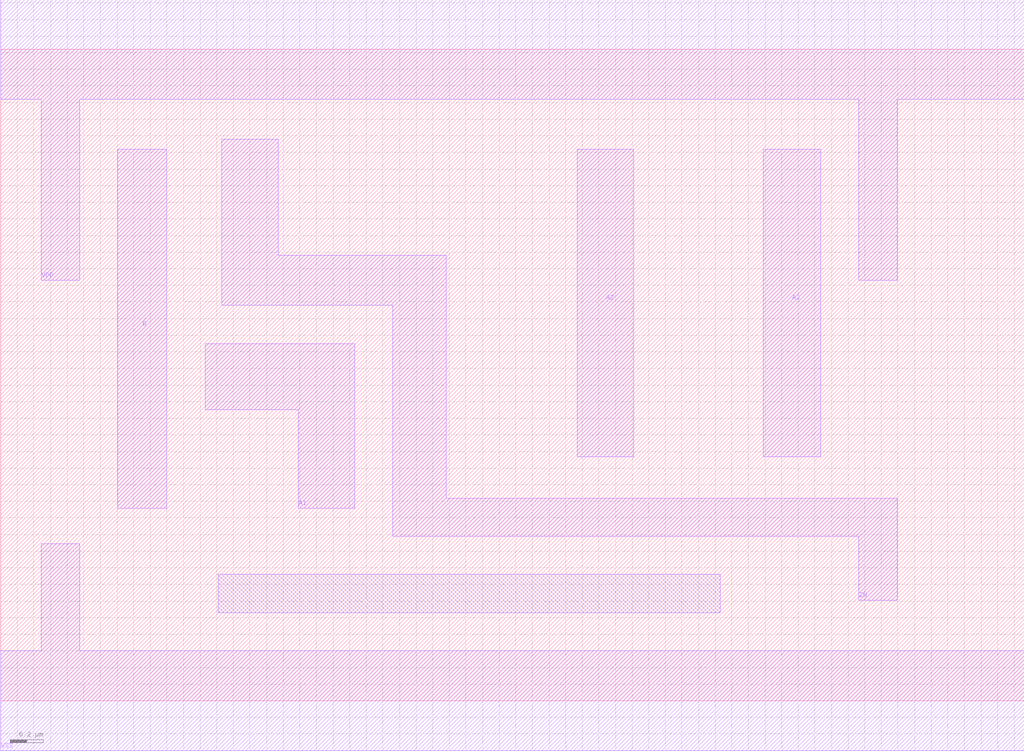
<source format=lef>
# Copyright 2022 GlobalFoundries PDK Authors
#
# Licensed under the Apache License, Version 2.0 (the "License");
# you may not use this file except in compliance with the License.
# You may obtain a copy of the License at
#
#      http://www.apache.org/licenses/LICENSE-2.0
#
# Unless required by applicable law or agreed to in writing, software
# distributed under the License is distributed on an "AS IS" BASIS,
# WITHOUT WARRANTIES OR CONDITIONS OF ANY KIND, either express or implied.
# See the License for the specific language governing permissions and
# limitations under the License.

MACRO gf180mcu_fd_sc_mcu7t5v0__oai31_1
  CLASS core ;
  FOREIGN gf180mcu_fd_sc_mcu7t5v0__oai31_1 0.0 0.0 ;
  ORIGIN 0 0 ;
  SYMMETRY X Y ;
  SITE GF018hv5v_mcu_sc7 ;
  SIZE 6.16 BY 3.92 ;
  PIN A1
    DIRECTION INPUT ;
    ANTENNAGATEAREA 1.0365 ;
    PORT
      LAYER Metal1 ;
        POLYGON 1.23 1.75 1.79 1.75 1.79 1.16 2.13 1.16 2.13 2.15 1.23 2.15  ;
    END
  END A1
  PIN A2
    DIRECTION INPUT ;
    ANTENNAGATEAREA 1.0365 ;
    PORT
      LAYER Metal1 ;
        POLYGON 3.47 1.47 3.81 1.47 3.81 3.32 3.47 3.32  ;
    END
  END A2
  PIN A3
    DIRECTION INPUT ;
    ANTENNAGATEAREA 1.0365 ;
    PORT
      LAYER Metal1 ;
        POLYGON 4.59 1.47 4.935 1.47 4.935 3.32 4.59 3.32  ;
    END
  END A3
  PIN B
    DIRECTION INPUT ;
    ANTENNAGATEAREA 1.054 ;
    PORT
      LAYER Metal1 ;
        POLYGON 0.705 1.16 1 1.16 1 3.32 0.705 3.32  ;
    END
  END B
  PIN ZN
    DIRECTION OUTPUT ;
    ANTENNADIFFAREA 1.9884 ;
    PORT
      LAYER Metal1 ;
        POLYGON 1.33 2.38 2.36 2.38 2.36 0.99 4.33 0.99 5.165 0.99 5.165 0.605 5.395 0.605 5.395 1.22 4.33 1.22 2.68 1.22 2.68 2.68 1.67 2.68 1.67 3.38 1.33 3.38  ;
    END
  END ZN
  PIN VDD
    DIRECTION INOUT ;
    USE power ;
    SHAPE ABUTMENT ;
    PORT
      LAYER Metal1 ;
        POLYGON 0 3.62 0.245 3.62 0.245 2.53 0.475 2.53 0.475 3.62 4.33 3.62 5.165 3.62 5.165 2.53 5.395 2.53 5.395 3.62 6.16 3.62 6.16 4.22 4.33 4.22 0 4.22  ;
    END
  END VDD
  PIN VSS
    DIRECTION INOUT ;
    USE ground ;
    SHAPE ABUTMENT ;
    PORT
      LAYER Metal1 ;
        POLYGON 0 -0.3 6.16 -0.3 6.16 0.3 0.475 0.3 0.475 0.945 0.245 0.945 0.245 0.3 0 0.3  ;
    END
  END VSS
  OBS
      LAYER Metal1 ;
        POLYGON 1.31 0.53 4.33 0.53 4.33 0.76 1.31 0.76  ;
  END
END gf180mcu_fd_sc_mcu7t5v0__oai31_1

</source>
